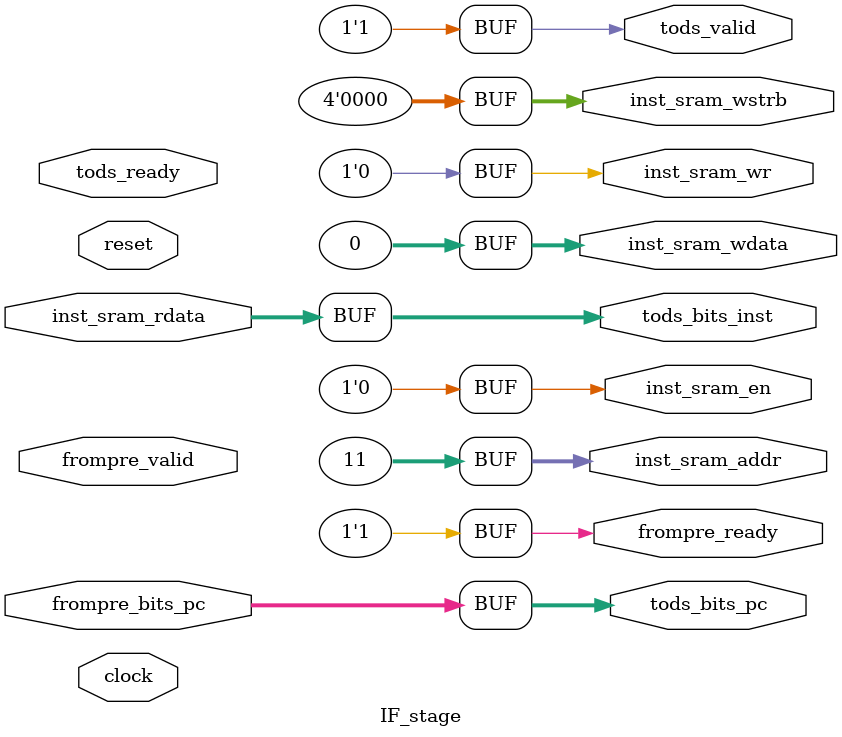
<source format=v>
module IF_stage(
  input         clock,
  input         reset,
  input         tods_ready, // @[src/src/cpucore/pipeline/IF_stage.scala 8:18]
  output        tods_valid, // @[src/src/cpucore/pipeline/IF_stage.scala 8:18]
  output [31:0] tods_bits_pc, // @[src/src/cpucore/pipeline/IF_stage.scala 8:18]
  output [31:0] tods_bits_inst, // @[src/src/cpucore/pipeline/IF_stage.scala 8:18]
  output        inst_sram_en, // @[src/src/cpucore/pipeline/IF_stage.scala 9:23]
  output        inst_sram_wr, // @[src/src/cpucore/pipeline/IF_stage.scala 9:23]
  output [31:0] inst_sram_addr, // @[src/src/cpucore/pipeline/IF_stage.scala 9:23]
  output [31:0] inst_sram_wdata, // @[src/src/cpucore/pipeline/IF_stage.scala 9:23]
  output [3:0]  inst_sram_wstrb, // @[src/src/cpucore/pipeline/IF_stage.scala 9:23]
  input  [31:0] inst_sram_rdata, // @[src/src/cpucore/pipeline/IF_stage.scala 9:23]
  output        frompre_ready, // @[src/src/cpucore/pipeline/IF_stage.scala 10:21]
  input         frompre_valid, // @[src/src/cpucore/pipeline/IF_stage.scala 10:21]
  input  [31:0] frompre_bits_pc // @[src/src/cpucore/pipeline/IF_stage.scala 10:21]
);
  assign tods_valid = 1'h1; // @[src/src/cpucore/pipeline/IF_stage.scala 16:16]
  assign tods_bits_pc = frompre_bits_pc; // @[src/src/cpucore/pipeline/IF_stage.scala 15:18]
  assign tods_bits_inst = inst_sram_rdata; // @[src/src/cpucore/pipeline/IF_stage.scala 14:20]
  assign inst_sram_en = 1'h0;
  assign inst_sram_wr = 1'h0;
  assign inst_sram_addr = 32'hb; // @[src/src/cpucore/pipeline/IF_stage.scala 13:20]
  assign inst_sram_wdata = 32'h0;
  assign inst_sram_wstrb = 4'h0;
  assign frompre_ready = 1'h1; // @[src/src/cpucore/pipeline/IF_stage.scala 17:19]
endmodule

</source>
